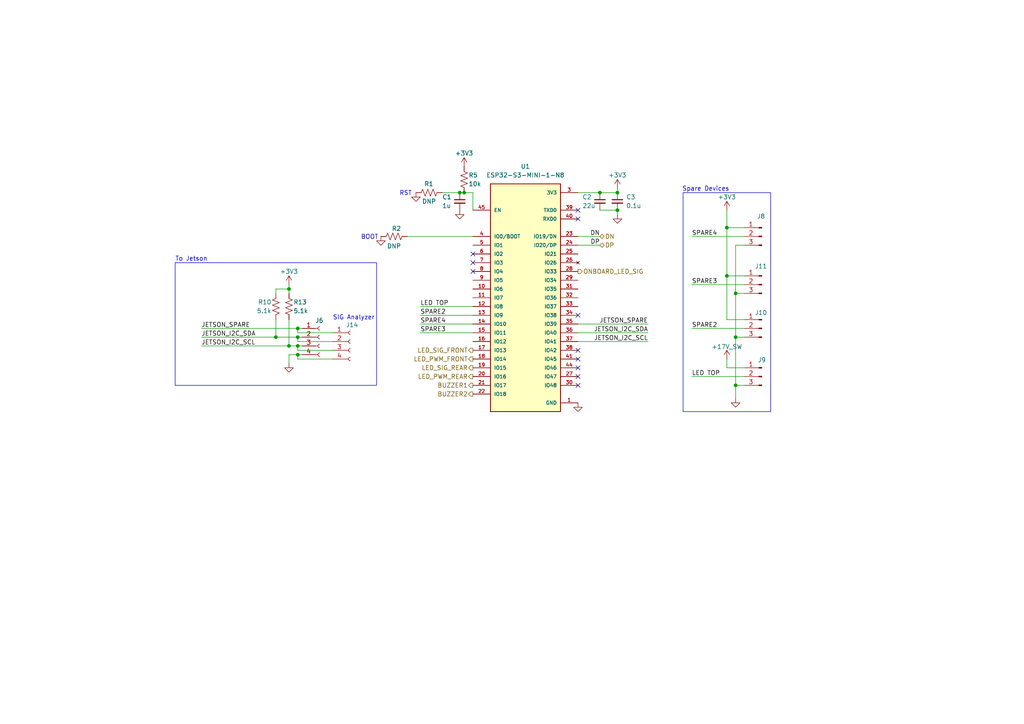
<source format=kicad_sch>
(kicad_sch (version 20231120) (generator "eeschema") (generator_version "8.0")
  (paper "A4")
  (lib_symbols
    (symbol "Connector:Conn_01x03_Pin" (pin_names (offset 1.016) hide)
      (property "Reference" "J" (at 0 5.08 0))
      (property "Value" "Conn_01x03_Pin" (at 0 -5.08 0))
      (symbol "Conn_01x03_Pin_1_1"
        (polyline (pts (xy 1.27 -2.54) (xy 0.8636 -2.54)) (stroke (width 0.1524)))
        (polyline (pts (xy 1.27 0) (xy 0.8636 0)) (stroke (width 0.1524)))
        (polyline (pts (xy 1.27 2.54) (xy 0.8636 2.54)) (stroke (width 0.1524)))
        (rectangle (start 0.8636 -2.413) (end 0 -2.667) (stroke (width 0.1524)) (fill (type outline)))
        (rectangle (start 0.8636 0.127) (end 0 -0.127) (stroke (width 0.1524)) (fill (type outline)))
        (rectangle (start 0.8636 2.667) (end 0 2.413) (stroke (width 0.1524)) (fill (type outline)))
        (pin passive line (at 5.08 2.54 180) (length 3.81) (name "Pin_1") (number "1"))
        (pin passive line (at 5.08 0 180) (length 3.81) (name "Pin_2") (number "2"))
        (pin passive line (at 5.08 -2.54 180) (length 3.81) (name "Pin_3") (number "3"))
      )
    )
    (symbol "Connector:Conn_01x04_Socket" (pin_names (offset 1.016) hide)
      (property "Reference" "J" (at 0 5.08 0))
      (property "Value" "Conn_01x04_Socket" (at 0 -7.62 0))
      (symbol "Conn_01x04_Socket_1_1"
        (arc (start 0 -4.572) (mid -0.5058 -5.08) (end 0 -5.588) (stroke (width 0.1524)))
        (arc (start 0 -2.032) (mid -0.5058 -2.54) (end 0 -3.048) (stroke (width 0.1524)))
        (polyline (pts (xy -1.27 -5.08) (xy -0.508 -5.08)) (stroke (width 0.1524)))
        (polyline (pts (xy -1.27 -2.54) (xy -0.508 -2.54)) (stroke (width 0.1524)))
        (polyline (pts (xy -1.27 0) (xy -0.508 0)) (stroke (width 0.1524)))
        (polyline (pts (xy -1.27 2.54) (xy -0.508 2.54)) (stroke (width 0.1524)))
        (arc (start 0 0.508) (mid -0.5058 0) (end 0 -0.508) (stroke (width 0.1524)))
        (arc (start 0 3.048) (mid -0.5058 2.54) (end 0 2.032) (stroke (width 0.1524)))
        (pin passive line (at -5.08 2.54 0) (length 3.81) (name "Pin_1") (number "1"))
        (pin passive line (at -5.08 0 0) (length 3.81) (name "Pin_2") (number "2"))
        (pin passive line (at -5.08 -2.54 0) (length 3.81) (name "Pin_3") (number "3"))
        (pin passive line (at -5.08 -5.08 0) (length 3.81) (name "Pin_4") (number "4"))
      )
    )
    (symbol "Custom Symbols:ESP32-S3-MINI-1-N8" (pin_names (offset 1.016))
      (property "Reference" "U" (at -10.16 34.29 0))
      (property "Value" "ESP32-S3-MINI-1-N8" (at -10.16 -35.56 0))
      (symbol "ESP32-S3-MINI-1-N8_0_0"
        (rectangle (start -10.16 33.02) (end 10.16 -33.02) (stroke (width 0.254)) (fill (type background)))
        (pin power_in line (at 15.24 -30.48 180) (length 5.08) (name "GND") (number "1"))
        (pin bidirectional line (at -15.24 2.54 0) (length 5.08) (name "IO6") (number "10"))
        (pin bidirectional line (at -15.24 0 0) (length 5.08) (name "IO7") (number "11"))
        (pin bidirectional line (at -15.24 -2.54 0) (length 5.08) (name "IO8") (number "12"))
        (pin bidirectional line (at -15.24 -5.08 0) (length 5.08) (name "IO9") (number "13"))
        (pin bidirectional line (at -15.24 -7.62 0) (length 5.08) (name "IO10") (number "14"))
        (pin bidirectional line (at -15.24 -10.16 0) (length 5.08) (name "IO11") (number "15"))
        (pin bidirectional line (at -15.24 -12.7 0) (length 5.08) (name "IO12") (number "16"))
        (pin bidirectional line (at -15.24 -15.24 0) (length 5.08) (name "IO13") (number "17"))
        (pin bidirectional line (at -15.24 -17.78 0) (length 5.08) (name "IO14") (number "18"))
        (pin bidirectional line (at -15.24 -20.32 0) (length 5.08) (name "IO15") (number "19"))
        (pin bidirectional line (at -15.24 -22.86 0) (length 5.08) (name "IO16") (number "20"))
        (pin bidirectional line (at -15.24 -25.4 0) (length 5.08) (name "IO17") (number "21"))
        (pin bidirectional line (at -15.24 -27.94 0) (length 5.08) (name "IO18") (number "22"))
        (pin bidirectional line (at 15.24 12.7 180) (length 5.08) (name "IO21") (number "25"))
        (pin bidirectional line (at 15.24 -22.86 180) (length 5.08) (name "IO47") (number "27"))
        (pin bidirectional line (at 15.24 7.62 180) (length 5.08) (name "IO33") (number "28"))
        (pin bidirectional line (at 15.24 5.08 180) (length 5.08) (name "IO34") (number "29"))
        (pin power_in line (at 15.24 30.48 180) (length 5.08) (name "3V3") (number "3"))
        (pin bidirectional line (at 15.24 -25.4 180) (length 5.08) (name "IO48") (number "30"))
        (pin bidirectional line (at 15.24 2.54 180) (length 5.08) (name "IO35") (number "31"))
        (pin bidirectional line (at 15.24 0 180) (length 5.08) (name "IO36") (number "32"))
        (pin bidirectional line (at 15.24 -2.54 180) (length 5.08) (name "IO37") (number "33"))
        (pin bidirectional line (at 15.24 -5.08 180) (length 5.08) (name "IO38") (number "34"))
        (pin bidirectional line (at 15.24 -7.62 180) (length 5.08) (name "IO39") (number "35"))
        (pin bidirectional line (at 15.24 -10.16 180) (length 5.08) (name "IO40") (number "36"))
        (pin bidirectional line (at 15.24 -12.7 180) (length 5.08) (name "IO41") (number "37"))
        (pin bidirectional line (at 15.24 -15.24 180) (length 5.08) (name "IO42") (number "38"))
        (pin bidirectional line (at 15.24 25.4 180) (length 5.08) (name "TXD0") (number "39"))
        (pin bidirectional line (at 15.24 22.86 180) (length 5.08) (name "RXD0") (number "40"))
        (pin bidirectional line (at 15.24 -17.78 180) (length 5.08) (name "IO45") (number "41"))
        (pin bidirectional line (at 15.24 -20.32 180) (length 5.08) (name "IO46") (number "44"))
        (pin input line (at -15.24 25.4 0) (length 5.08) (name "EN") (number "45"))
        (pin power_in line (at 15.24 -30.48 180) (length 5.08) hide (name "GND") (number "46"))
        (pin power_in line (at 15.24 -30.48 180) (length 5.08) hide (name "GND") (number "47"))
        (pin power_in line (at 15.24 -30.48 180) (length 5.08) hide (name "GND") (number "48"))
        (pin power_in line (at 15.24 -30.48 180) (length 5.08) hide (name "GND") (number "49"))
        (pin bidirectional line (at -15.24 15.24 0) (length 5.08) (name "IO1") (number "5"))
        (pin power_in line (at 15.24 -30.48 180) (length 5.08) hide (name "GND") (number "50"))
        (pin power_in line (at 15.24 -30.48 180) (length 5.08) hide (name "GND") (number "51"))
        (pin power_in line (at 15.24 -30.48 180) (length 5.08) hide (name "GND") (number "52"))
        (pin power_in line (at 15.24 -30.48 180) (length 5.08) hide (name "GND") (number "53"))
        (pin power_in line (at 15.24 -30.48 180) (length 5.08) hide (name "GND") (number "54"))
        (pin power_in line (at 15.24 -30.48 180) (length 5.08) hide (name "GND") (number "55"))
        (pin power_in line (at 15.24 -30.48 180) (length 5.08) hide (name "GND") (number "56"))
        (pin power_in line (at 15.24 -30.48 180) (length 5.08) hide (name "GND") (number "57"))
        (pin power_in line (at 15.24 -30.48 180) (length 5.08) hide (name "GND") (number "58"))
        (pin power_in line (at 15.24 -30.48 180) (length 5.08) hide (name "GND") (number "59"))
        (pin bidirectional line (at -15.24 12.7 0) (length 5.08) (name "IO2") (number "6"))
        (pin power_in line (at 15.24 -30.48 180) (length 5.08) hide (name "GND") (number "60"))
        (pin power_in line (at 15.24 -30.48 180) (length 5.08) hide (name "GND") (number "61"))
        (pin power_in line (at 15.24 -30.48 180) (length 5.08) hide (name "GND") (number "61_1"))
        (pin power_in line (at 15.24 -30.48 180) (length 5.08) hide (name "GND") (number "61_2"))
        (pin power_in line (at 15.24 -30.48 180) (length 5.08) hide (name "GND") (number "61_3"))
        (pin power_in line (at 15.24 -30.48 180) (length 5.08) hide (name "GND") (number "61_4"))
        (pin power_in line (at 15.24 -30.48 180) (length 5.08) hide (name "GND") (number "61_5"))
        (pin power_in line (at 15.24 -30.48 180) (length 5.08) hide (name "GND") (number "61_6"))
        (pin power_in line (at 15.24 -30.48 180) (length 5.08) hide (name "GND") (number "61_7"))
        (pin power_in line (at 15.24 -30.48 180) (length 5.08) hide (name "GND") (number "61_8"))
        (pin power_in line (at 15.24 -30.48 180) (length 5.08) hide (name "GND") (number "62"))
        (pin power_in line (at 15.24 -30.48 180) (length 5.08) hide (name "GND") (number "63"))
        (pin power_in line (at 15.24 -30.48 180) (length 5.08) hide (name "GND") (number "64"))
        (pin power_in line (at 15.24 -30.48 180) (length 5.08) hide (name "GND") (number "65"))
        (pin bidirectional line (at -15.24 10.16 0) (length 5.08) (name "IO3") (number "7"))
        (pin bidirectional line (at -15.24 7.62 0) (length 5.08) (name "IO4") (number "8"))
        (pin bidirectional line (at -15.24 5.08 0) (length 5.08) (name "IO5") (number "9"))
      )
      (symbol "ESP32-S3-MINI-1-N8_1_0"
        (pin power_in line (at 15.24 -30.48 180) (length 5.08) hide (name "GND") (number "2"))
        (pin bidirectional line (at 15.24 17.78 180) (length 5.08) (name "IO19/DN") (number "23"))
        (pin bidirectional line (at 15.24 15.24 180) (length 5.08) (name "IO20/DP") (number "24"))
        (pin no_connect line (at 15.24 10.16 180) (length 5.08) (name "IO26") (number "26"))
        (pin bidirectional line (at -15.24 17.78 0) (length 5.08) (name "IO0/BOOT") (number "4"))
        (pin power_in line (at 15.24 -30.48 180) (length 5.08) hide (name "GND") (number "42"))
        (pin power_in line (at 15.24 -30.48 180) (length 5.08) hide (name "GND") (number "43"))
      )
    )
    (symbol "Device:C_Small" (pin_numbers hide) (pin_names (offset 0.254) hide)
      (property "Reference" "C" (at 0.254 1.778 0))
      (property "Value" "C_Small" (at 0.254 -2.032 0))
      (symbol "C_Small_0_1"
        (polyline (pts (xy -1.524 -0.508) (xy 1.524 -0.508)) (stroke (width 0.3302)))
        (polyline (pts (xy -1.524 0.508) (xy 1.524 0.508)) (stroke (width 0.3048)))
      )
      (symbol "C_Small_1_1"
        (pin passive line (at 0 2.54 270) (length 2.032) (name "~") (number "1"))
        (pin passive line (at 0 -2.54 90) (length 2.032) (name "~") (number "2"))
      )
    )
    (symbol "Device:R_US" (pin_numbers hide) (pin_names (offset 0))
      (property "Reference" "R" (at 2.54 0 90))
      (property "Value" "R" (at -2.54 0 90))
      (symbol "R_US_0_1"
        (polyline (pts (xy 0 -2.286) (xy 0 -2.54)))
        (polyline (pts (xy 0 2.286) (xy 0 2.54)))
        (polyline (pts (xy 0 -0.762) (xy 1.016 -1.143) (xy 0 -1.524) (xy -1.016 -1.905) (xy 0 -2.286)))
        (polyline (pts (xy 0 0.762) (xy 1.016 0.381) (xy 0 0) (xy -1.016 -0.381) (xy 0 -0.762)))
        (polyline (pts (xy 0 2.286) (xy 1.016 1.905) (xy 0 1.524) (xy -1.016 1.143) (xy 0 0.762)))
      )
      (symbol "R_US_1_1"
        (pin passive line (at 0 3.81 270) (length 1.27) (name "~") (number "1"))
        (pin passive line (at 0 -3.81 90) (length 1.27) (name "~") (number "2"))
      )
    )
    (symbol "power:+15V" (power) (pin_numbers hide) (pin_names (offset 0) hide)
      (property "Value" "+15V" (at 0 3.556 0))
      (symbol "+15V_0_1"
        (polyline (pts (xy -0.762 1.27) (xy 0 2.54)))
        (polyline (pts (xy 0 0) (xy 0 2.54)))
        (polyline (pts (xy 0 2.54) (xy 0.762 1.27)))
      )
      (symbol "+15V_1_1"
        (pin power_in line (at 0 0 90) (length 0) (name "~") (number "1"))
      )
    )
    (symbol "power:+3V3" (power) (pin_names (offset 0))
      (property "Value" "+3V3" (at 0 3.556 0))
      (symbol "+3V3_0_1"
        (polyline (pts (xy -0.762 1.27) (xy 0 2.54)))
        (polyline (pts (xy 0 0) (xy 0 2.54)))
        (polyline (pts (xy 0 2.54) (xy 0.762 1.27)))
      )
      (symbol "+3V3_1_1"
        (pin power_in line (at 0 0 90) (length 0) hide (name "+3V3") (number "1"))
      )
    )
    (symbol "power:GND" (power) (pin_names (offset 0))
      (symbol "GND_0_1"
        (polyline (pts (xy 0 0) (xy 0 -1.27) (xy 1.27 -1.27) (xy 0 -2.54) (xy -1.27 -1.27) (xy 0 -1.27)))
      )
      (symbol "GND_1_1"
        (pin power_in line (at 0 0 270) (length 0) hide (name "GND") (number "1"))
      )
    )
  )
  (junction (at 213.36 97.79))
  (junction (at 173.99 55.88))
  (junction (at 80.01 97.79))
  (junction (at 86.36 100.33))
  (junction (at 86.36 102.87))
  (junction (at 134.62 55.88))
  (junction (at 86.36 95.25))
  (junction (at 133.35 55.88))
  (junction (at 210.82 80.01))
  (junction (at 213.36 111.76))
  (junction (at 83.82 83.82))
  (junction (at 210.82 66.04))
  (junction (at 179.07 60.96))
  (junction (at 86.36 97.79))
  (junction (at 179.07 55.88))
  (junction (at 213.36 85.09))
  (junction (at 83.82 100.33))
  (no_connect (at 167.64 91.44))
  (no_connect (at 167.64 60.96))
  (no_connect (at 137.16 76.2))
  (no_connect (at 167.64 63.5))
  (no_connect (at 167.64 104.14))
  (no_connect (at 167.64 106.68))
  (no_connect (at 137.16 73.66))
  (no_connect (at 167.64 109.22))
  (no_connect (at 167.64 111.76))
  (no_connect (at 137.16 78.74))
  (no_connect (at 167.64 101.6))
  (wire (pts (xy 187.96 93.98) (xy 167.64 93.98)))
  (wire (pts (xy 86.36 104.14) (xy 96.52 104.14)))
  (wire (pts (xy 210.82 104.14) (xy 210.82 106.68)))
  (wire (pts (xy 86.36 100.33) (xy 87.63 100.33)))
  (wire (pts (xy 86.36 99.06) (xy 96.52 99.06)))
  (wire (pts (xy 86.36 95.25) (xy 87.63 95.25)))
  (wire (pts (xy 83.82 82.55) (xy 83.82 83.82)))
  (wire (pts (xy 80.01 92.71) (xy 80.01 97.79)))
  (wire (pts (xy 200.66 95.25) (xy 215.9 95.25)))
  (wire (pts (xy 96.52 96.52) (xy 86.36 96.52)))
  (wire (pts (xy 200.66 109.22) (xy 215.9 109.22)))
  (wire (pts (xy 213.36 97.79) (xy 213.36 111.76)))
  (wire (pts (xy 134.62 55.88) (xy 137.16 55.88)))
  (wire (pts (xy 210.82 80.01) (xy 215.9 80.01)))
  (wire (pts (xy 86.36 102.87) (xy 86.36 104.14)))
  (wire (pts (xy 210.82 66.04) (xy 210.82 80.01)))
  (wire (pts (xy 83.82 92.71) (xy 83.82 100.33)))
  (wire (pts (xy 80.01 83.82) (xy 83.82 83.82)))
  (wire (pts (xy 179.07 62.23) (xy 179.07 60.96)))
  (wire (pts (xy 86.36 97.79) (xy 87.63 97.79)))
  (wire (pts (xy 210.82 106.68) (xy 215.9 106.68)))
  (wire (pts (xy 121.92 88.9) (xy 137.16 88.9)))
  (wire (pts (xy 58.42 97.79) (xy 80.01 97.79)))
  (wire (pts (xy 187.96 96.52) (xy 167.64 96.52)))
  (wire (pts (xy 137.16 55.88) (xy 137.16 60.96)))
  (wire (pts (xy 215.9 71.12) (xy 213.36 71.12)))
  (wire (pts (xy 83.82 102.87) (xy 86.36 102.87)))
  (wire (pts (xy 83.82 100.33) (xy 86.36 100.33)))
  (wire (pts (xy 200.66 68.58) (xy 215.9 68.58)))
  (wire (pts (xy 200.66 82.55) (xy 215.9 82.55)))
  (wire (pts (xy 213.36 111.76) (xy 215.9 111.76)))
  (wire (pts (xy 118.11 68.58) (xy 137.16 68.58)))
  (wire (pts (xy 58.42 95.25) (xy 86.36 95.25)))
  (wire (pts (xy 86.36 101.6) (xy 96.52 101.6)))
  (wire (pts (xy 213.36 85.09) (xy 215.9 85.09)))
  (wire (pts (xy 121.92 93.98) (xy 137.16 93.98)))
  (wire (pts (xy 173.99 60.96) (xy 179.07 60.96)))
  (wire (pts (xy 86.36 96.52) (xy 86.36 95.25)))
  (wire (pts (xy 179.07 54.61) (xy 179.07 55.88)))
  (wire (pts (xy 187.96 99.06) (xy 167.64 99.06)))
  (wire (pts (xy 167.64 68.58) (xy 173.99 68.58)))
  (wire (pts (xy 213.36 85.09) (xy 213.36 97.79)))
  (wire (pts (xy 86.36 97.79) (xy 86.36 99.06)))
  (wire (pts (xy 58.42 100.33) (xy 83.82 100.33)))
  (wire (pts (xy 173.99 55.88) (xy 179.07 55.88)))
  (wire (pts (xy 128.27 55.88) (xy 133.35 55.88)))
  (wire (pts (xy 210.82 66.04) (xy 215.9 66.04)))
  (wire (pts (xy 80.01 85.09) (xy 80.01 83.82)))
  (wire (pts (xy 210.82 60.96) (xy 210.82 66.04)))
  (wire (pts (xy 83.82 105.41) (xy 83.82 102.87)))
  (wire (pts (xy 121.92 96.52) (xy 137.16 96.52)))
  (wire (pts (xy 121.92 91.44) (xy 137.16 91.44)))
  (wire (pts (xy 213.36 97.79) (xy 215.9 97.79)))
  (wire (pts (xy 86.36 100.33) (xy 86.36 101.6)))
  (wire (pts (xy 167.64 55.88) (xy 173.99 55.88)))
  (wire (pts (xy 167.64 71.12) (xy 173.99 71.12)))
  (wire (pts (xy 83.82 83.82) (xy 83.82 85.09)))
  (wire (pts (xy 210.82 80.01) (xy 210.82 92.71)))
  (wire (pts (xy 213.36 111.76) (xy 213.36 115.57)))
  (wire (pts (xy 86.36 102.87) (xy 87.63 102.87)))
  (wire (pts (xy 80.01 97.79) (xy 86.36 97.79)))
  (wire (pts (xy 133.35 55.88) (xy 134.62 55.88)))
  (wire (pts (xy 210.82 92.71) (xy 215.9 92.71)))
  (wire (pts (xy 213.36 71.12) (xy 213.36 85.09)))
  (rectangle (start 50.8 76.2) (end 109.22 111.76))
  (rectangle (start 198.12 55.88) (end 223.52 119.38))
  (text "BOOT" (at 104.648 69.596 0) (effects (font (size 1.27 1.27)) (justify left bottom)))
  (text "SIG Analyzer" (at 96.52 92.202 0) (effects (font (size 1.27 1.27)) (justify left)))
  (text "Spare Devices" (at 197.866 55.626 0) (effects (font (size 1.27 1.27)) (justify left bottom)))
  (text "RST" (at 115.824 56.896 0) (effects (font (size 1.27 1.27)) (justify left bottom)))
  (text "To Jetson" (at 50.8 75.184 0) (effects (font (size 1.27 1.27)) (justify left)))
  (label "SPARE4" (at 200.66 68.58 0))
  (label "JETSON_I2C_SCL" (at 187.96 99.06 180))
  (label "SPARE2" (at 121.92 91.44 0))
  (label "LED TOP" (at 200.66 109.22 0))
  (label "DN" (at 173.99 68.58 180))
  (label "SPARE4" (at 121.92 93.98 0))
  (label "JETSON_SPARE" (at 187.96 93.98 180))
  (label "SPARE3" (at 121.92 96.52 0))
  (label "DP" (at 173.99 71.12 180))
  (label "JETSON_I2C_SCL" (at 58.42 100.33 0))
  (label "SPARE2" (at 200.66 95.25 0))
  (label "JETSON_I2C_SDA" (at 187.96 96.52 180))
  (label "SPARE3" (at 200.66 82.55 0))
  (label "JETSON_SPARE" (at 58.42 95.25 0))
  (label "JETSON_I2C_SDA" (at 58.42 97.79 0))
  (label "LED TOP" (at 121.92 88.9 0))
  (hierarchical_label "LED_PWM_REAR" (shape output) (at 137.16 109.22 180))
  (hierarchical_label "DP" (shape bidirectional) (at 173.99 71.12 0))
  (hierarchical_label "DN" (shape bidirectional) (at 173.99 68.58 0))
  (hierarchical_label "ONBOARD_LED_SIG" (shape output) (at 167.64 78.74 0))
  (hierarchical_label "LED_SIG_REAR" (shape output) (at 137.16 106.68 180))
  (hierarchical_label "BUZZER2" (shape output) (at 137.16 114.3 180))
  (hierarchical_label "LED_PWM_FRONT" (shape output) (at 137.16 104.14 180))
  (hierarchical_label "LED_SIG_FRONT" (shape output) (at 137.16 101.6 180))
  (hierarchical_label "BUZZER1" (shape output) (at 137.16 111.76 180))
  (symbol (lib_id "power:GND") (at 120.65 55.88 0) (unit 1)
    (property "Reference" "#PWR02" (effects (hide yes)))
    (property "Value" "GND" (effects (hide yes)))
  )
  (symbol (lib_id "power:+3V3") (at 179.07 54.61 0) (unit 1)
    (property "Reference" "#PWR09" (effects (hide yes)))
    (property "Value" "+3V3" (at 179.07 50.8 0))
  )
  (symbol (lib_id "power:+3V3") (at 210.82 60.96 0) (unit 1)
    (property "Reference" "#PWR038" (effects (hide yes)))
    (property "Value" "+3V3" (at 210.82 57.15 0))
  )
  (symbol (lib_id "power:GND") (at 83.82 105.41 0) (unit 1)
    (property "Reference" "#PWR040" (effects (hide yes)))
    (property "Value" "GND" (effects (hide yes)))
  )
  (symbol (lib_id "Connector:Conn_01x03_Pin") (at 220.98 109.22 0) (mirror y) (unit 1)
    (property "Reference" "J9" (at 220.98 104.394 0))
    (property "Value" "Conn_01x03_Pin" (effects (hide yes)))
    (property "Footprint" "Connector_PinHeader_2.54mm:PinHeader_1x03_P2.54mm_Vertical" (effects (hide yes)))
    (property "Description" "Generic connector, single row, 01x03, script generated" (effects (hide yes)))
  )
  (symbol (lib_id "Device:R_US") (at 114.3 68.58 90) (unit 1)
    (property "Reference" "R2" (at 116.332 66.294 90) (effects (justify left)))
    (property "Value" "DNP" (at 116.332 71.374 90) (effects (justify left)))
    (property "Footprint" "Resistor_SMD:R_0402_1005Metric" (effects (hide yes)))
  )
  (symbol (lib_id "power:+3V3") (at 83.82 82.55 0) (unit 1)
    (property "Reference" "#PWR041" (effects (hide yes)))
    (property "Value" "+3V3" (at 83.82 78.74 0))
  )
  (symbol (lib_id "power:GND") (at 133.35 60.96 0) (unit 1)
    (property "Reference" "#PWR06" (effects (hide yes)))
    (property "Value" "GND" (effects (hide yes)))
  )
  (symbol (lib_id "power:GND") (at 167.64 116.84 0) (unit 1)
    (property "Reference" "#PWR08" (effects (hide yes)))
    (property "Value" "GND" (effects (hide yes)))
  )
  (symbol (lib_id "Connector:Conn_01x04_Socket") (at 101.6 99.06 0) (unit 1)
    (property "Reference" "J14" (at 100.33 94.234 0) (effects (justify left)))
    (property "Value" "Conn_01x04_Socket" (effects (hide yes)))
    (property "Footprint" "Connector_PinHeader_2.54mm:PinHeader_1x04_P2.54mm_Vertical" (effects (hide yes)))
    (property "Description" "Generic connector, single row, 01x04, script generated" (effects (hide yes)))
  )
  (symbol (lib_id "Device:R_US") (at 134.62 52.07 0) (unit 1)
    (property "Reference" "R5" (at 135.89 50.8 0) (effects (justify left)))
    (property "Value" "10k" (at 135.89 53.34 0) (effects (justify left)))
    (property "Footprint" "Resistor_SMD:R_0402_1005Metric" (effects (hide yes)))
    (property "MANUFACTURER" "P10.0KLCT-ND" (effects (hide yes)))
  )
  (symbol (lib_id "power:+15V") (at 210.82 104.14 0) (unit 1)
    (property "Reference" "#PWR044" (effects (hide yes)))
    (property "Value" "+17V_SW" (at 210.82 100.584 0))
    (property "Description" "Power symbol creates a global label with name \"+15V\"" (effects (hide yes)))
  )
  (symbol (lib_id "Connector:Conn_01x04_Socket") (at 92.71 97.79 0) (unit 1)
    (property "Reference" "J6" (at 91.44 92.964 0) (effects (justify left)))
    (property "Value" "Conn_01x04_Socket" (effects (hide yes)))
    (property "Footprint" "Connector_JST:JST_XH_B4B-XH-A_1x04_P2.50mm_Vertical" (effects (hide yes)))
    (property "Description" "Generic connector, single row, 01x04, script generated" (effects (hide yes)))
  )
  (symbol (lib_id "Device:C_Small") (at 179.07 58.42 0) (unit 1)
    (property "Reference" "C3" (at 181.61 57.15 0) (effects (justify left)))
    (property "Value" "0.1u" (at 181.61 59.69 0) (effects (justify left)))
    (property "Footprint" "Capacitor_SMD:C_0402_1005Metric" (effects (hide yes)))
    (property "MANUFACTURER" "490-10697-1-ND" (effects (hide yes)))
  )
  (symbol (lib_id "Device:C_Small") (at 173.99 58.42 0) (unit 1)
    (property "Reference" "C2" (at 168.91 57.15 0) (effects (justify left)))
    (property "Value" "22u" (at 168.91 59.69 0) (effects (justify left)))
    (property "Footprint" "Capacitor_SMD:C_0603_1608Metric" (effects (hide yes)))
    (property "MANUFACTURER" "490-10476-1-ND" (effects (hide yes)))
  )
  (symbol (lib_id "Connector:Conn_01x03_Pin") (at 220.98 95.25 0) (mirror y) (unit 1)
    (property "Reference" "J10" (at 220.726 90.678 0))
    (property "Value" "Conn_01x03_Pin" (effects (hide yes)))
    (property "Footprint" "Connector_PinHeader_2.54mm:PinHeader_1x03_P2.54mm_Vertical" (effects (hide yes)))
    (property "Description" "Generic connector, single row, 01x03, script generated" (effects (hide yes)))
  )
  (symbol (lib_id "Device:C_Small") (at 133.35 58.42 0) (unit 1)
    (property "Reference" "C1" (at 128.27 57.15 0) (effects (justify left)))
    (property "Value" "1u" (at 128.27 59.69 0) (effects (justify left)))
    (property "Footprint" "Capacitor_SMD:C_0402_1005Metric" (effects (hide yes)))
    (property "MANUFACTURER" "490-14457-1-ND" (effects (hide yes)))
  )
  (symbol (lib_id "Device:R_US") (at 124.46 55.88 90) (unit 1)
    (property "Reference" "R1" (at 125.73 53.34 90) (effects (justify left)))
    (property "Value" "DNP" (at 126.492 58.42 90) (effects (justify left)))
    (property "Footprint" "Resistor_SMD:R_0402_1005Metric" (effects (hide yes)))
  )
  (symbol (lib_id "Connector:Conn_01x03_Pin") (at 220.98 68.58 0) (mirror y) (unit 1)
    (property "Reference" "J8" (at 220.726 62.738 0))
    (property "Value" "Conn_01x03_Pin" (effects (hide yes)))
    (property "Footprint" "Connector_PinHeader_2.54mm:PinHeader_1x03_P2.54mm_Vertical" (effects (hide yes)))
    (property "Description" "Generic connector, single row, 01x03, script generated" (effects (hide yes)))
  )
  (symbol (lib_id "Connector:Conn_01x03_Pin") (at 220.98 82.55 0) (mirror y) (unit 1)
    (property "Reference" "J11" (at 220.726 77.216 0))
    (property "Value" "Conn_01x03_Pin" (effects (hide yes)))
    (property "Footprint" "Connector_PinHeader_2.54mm:PinHeader_1x03_P2.54mm_Vertical" (effects (hide yes)))
    (property "Description" "Generic connector, single row, 01x03, script generated" (effects (hide yes)))
  )
  (symbol (lib_id "power:GND") (at 179.07 62.23 0) (unit 1)
    (property "Reference" "#PWR010" (effects (hide yes)))
    (property "Value" "GND" (effects (hide yes)))
  )
  (symbol (lib_id "Device:R_US") (at 80.01 88.9 0) (mirror y) (unit 1)
    (property "Reference" "R10" (at 78.74 87.63 0) (effects (justify left)))
    (property "Value" "5.1k" (at 78.74 90.17 0) (effects (justify left)))
    (property "Footprint" "Resistor_SMD:R_0402_1005Metric" (effects (hide yes)))
    (property "MANUFACTURER" "P5.1KDECT-ND" (effects (hide yes)))
  )
  (symbol (lib_id "power:+3V3") (at 134.62 48.26 0) (unit 1)
    (property "Reference" "#PWR07" (effects (hide yes)))
    (property "Value" "+3V3" (at 134.62 44.45 0))
  )
  (symbol (lib_id "Device:R_US") (at 83.82 88.9 0) (unit 1)
    (property "Reference" "R13" (at 85.09 87.63 0) (effects (justify left)))
    (property "Value" "5.1k" (at 85.09 90.17 0) (effects (justify left)))
    (property "Footprint" "Resistor_SMD:R_0402_1005Metric" (effects (hide yes)))
    (property "MANUFACTURER" "P5.1KDECT-ND" (effects (hide yes)))
  )
  (symbol (lib_id "power:GND") (at 213.36 115.57 0) (unit 1)
    (property "Reference" "#PWR039" (effects (hide yes)))
    (property "Value" "GND" (effects (hide yes)))
  )
  (symbol (lib_id "Custom Symbols:ESP32-S3-MINI-1-N8") (at 152.4 86.36 0) (unit 1)
    (property "Reference" "U1" (at 152.4 48.26 0))
    (property "Value" "ESP32-S3-MINI-1-N8" (at 152.4 50.8 0))
    (property "Footprint" "MyFootprints:XCVR_ESP32-S3-MINI-1-N8" (effects (hide yes)))
    (property "Description" "\nBluetooth, WiFi 802.11b/g/n, Bluetooth v5.0 Transceiver Module 2.4GHz PCB Trace Surface Mount\n" (effects (hide yes)))
    (property "MF" "Espressif Systems" (effects (hide yes)))
    (property "MAXIMUM_PACKAGE_HEIGHT" "2.55mm" (effects (hide yes)))
    (property "Package" "None" (effects (hide yes)))
    (property "Price" "None" (effects (hide yes)))
    (property "Check_prices" "https://www.snapeda.com/parts/ESP32-S3-MINI-1-N8/Espressif+Systems/view-part/?ref=eda" (effects (hide yes)))
    (property "STANDARD" "Manufacturer Recommendations" (effects (hide yes)))
    (property "PARTREV" "v0.6" (effects (hide yes)))
    (property "SnapEDA_Link" "https://www.snapeda.com/parts/ESP32-S3-MINI-1-N8/Espressif+Systems/view-part/?ref=snap" (effects (hide yes)))
    (property "MP" "ESP32-S3-MINI-1-N8" (effects (hide yes)))
    (property "Purchase-URL" "https://www.snapeda.com/api/url_track_click_mouser/?unipart_id=8941370&manufacturer=Espressif Systems&part_name=ESP32-S3-MINI-1-N8&search_term=esp32 s3 mini" (effects (hide yes)))
    (property "Availability" "In Stock" (effects (hide yes)))
    (property "MANUFACTURER" "1965-ESP32-S3-MINI-1-N8CT-ND" (effects (hide yes)))
  )
  (symbol (lib_id "power:GND") (at 110.49 68.58 0) (unit 1)
    (property "Reference" "#PWR03" (effects (hide yes)))
    (property "Value" "GND" (effects (hide yes)))
  )
)
</source>
